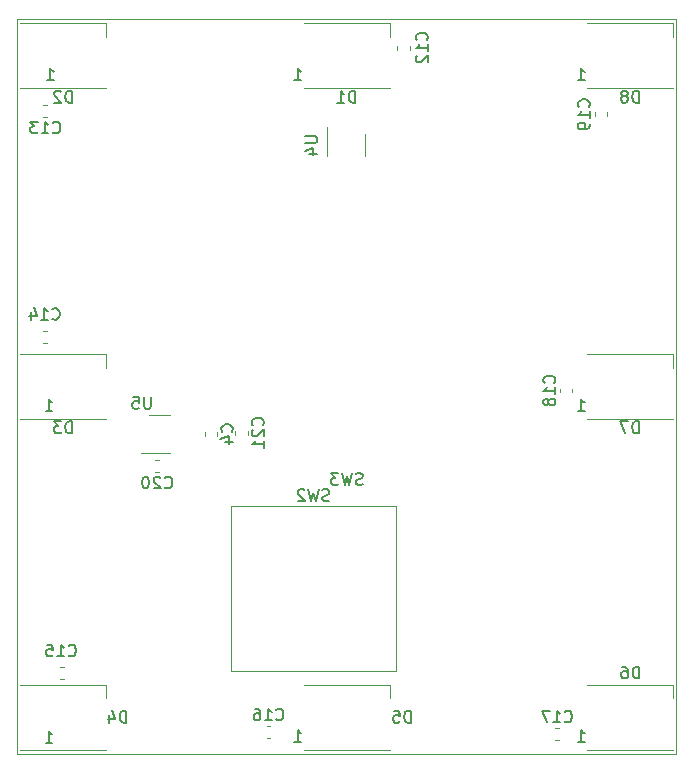
<source format=gbr>
%TF.GenerationSoftware,KiCad,Pcbnew,5.99.0-912657dd23-1*%
%TF.CreationDate,2021-04-24T23:07:36+00:00*%
%TF.ProjectId,bigbutton,62696762-7574-4746-9f6e-2e6b69636164,rev?*%
%TF.SameCoordinates,Original*%
%TF.FileFunction,Legend,Bot*%
%TF.FilePolarity,Positive*%
%FSLAX46Y46*%
G04 Gerber Fmt 4.6, Leading zero omitted, Abs format (unit mm)*
G04 Created by KiCad (PCBNEW 5.99.0-912657dd23-1) date 2021-04-24 23:07:36*
%MOMM*%
%LPD*%
G01*
G04 APERTURE LIST*
%ADD10C,0.150000*%
%ADD11C,0.120000*%
G04 APERTURE END LIST*
D10*
%TO.C,C4*%
X95259142Y-108824733D02*
X95306761Y-108777114D01*
X95354380Y-108634257D01*
X95354380Y-108539019D01*
X95306761Y-108396161D01*
X95211523Y-108300923D01*
X95116285Y-108253304D01*
X94925809Y-108205685D01*
X94782952Y-108205685D01*
X94592476Y-108253304D01*
X94497238Y-108300923D01*
X94402000Y-108396161D01*
X94354380Y-108539019D01*
X94354380Y-108634257D01*
X94402000Y-108777114D01*
X94449619Y-108824733D01*
X94687714Y-109681876D02*
X95354380Y-109681876D01*
X94306761Y-109443780D02*
X95021047Y-109205685D01*
X95021047Y-109824733D01*
%TO.C,C12*%
X111757142Y-75657142D02*
X111804761Y-75609523D01*
X111852380Y-75466666D01*
X111852380Y-75371428D01*
X111804761Y-75228571D01*
X111709523Y-75133333D01*
X111614285Y-75085714D01*
X111423809Y-75038095D01*
X111280952Y-75038095D01*
X111090476Y-75085714D01*
X110995238Y-75133333D01*
X110900000Y-75228571D01*
X110852380Y-75371428D01*
X110852380Y-75466666D01*
X110900000Y-75609523D01*
X110947619Y-75657142D01*
X111852380Y-76609523D02*
X111852380Y-76038095D01*
X111852380Y-76323809D02*
X110852380Y-76323809D01*
X110995238Y-76228571D01*
X111090476Y-76133333D01*
X111138095Y-76038095D01*
X110947619Y-76990476D02*
X110900000Y-77038095D01*
X110852380Y-77133333D01*
X110852380Y-77371428D01*
X110900000Y-77466666D01*
X110947619Y-77514285D01*
X111042857Y-77561904D01*
X111138095Y-77561904D01*
X111280952Y-77514285D01*
X111852380Y-76942857D01*
X111852380Y-77561904D01*
%TO.C,C13*%
X80119457Y-83473542D02*
X80167076Y-83521161D01*
X80309933Y-83568780D01*
X80405171Y-83568780D01*
X80548028Y-83521161D01*
X80643266Y-83425923D01*
X80690885Y-83330685D01*
X80738504Y-83140209D01*
X80738504Y-82997352D01*
X80690885Y-82806876D01*
X80643266Y-82711638D01*
X80548028Y-82616400D01*
X80405171Y-82568780D01*
X80309933Y-82568780D01*
X80167076Y-82616400D01*
X80119457Y-82664019D01*
X79167076Y-83568780D02*
X79738504Y-83568780D01*
X79452790Y-83568780D02*
X79452790Y-82568780D01*
X79548028Y-82711638D01*
X79643266Y-82806876D01*
X79738504Y-82854495D01*
X78833742Y-82568780D02*
X78214695Y-82568780D01*
X78548028Y-82949733D01*
X78405171Y-82949733D01*
X78309933Y-82997352D01*
X78262314Y-83044971D01*
X78214695Y-83140209D01*
X78214695Y-83378304D01*
X78262314Y-83473542D01*
X78309933Y-83521161D01*
X78405171Y-83568780D01*
X78690885Y-83568780D01*
X78786123Y-83521161D01*
X78833742Y-83473542D01*
%TO.C,C14*%
X80068657Y-99257142D02*
X80116276Y-99304761D01*
X80259133Y-99352380D01*
X80354371Y-99352380D01*
X80497228Y-99304761D01*
X80592466Y-99209523D01*
X80640085Y-99114285D01*
X80687704Y-98923809D01*
X80687704Y-98780952D01*
X80640085Y-98590476D01*
X80592466Y-98495238D01*
X80497228Y-98400000D01*
X80354371Y-98352380D01*
X80259133Y-98352380D01*
X80116276Y-98400000D01*
X80068657Y-98447619D01*
X79116276Y-99352380D02*
X79687704Y-99352380D01*
X79401990Y-99352380D02*
X79401990Y-98352380D01*
X79497228Y-98495238D01*
X79592466Y-98590476D01*
X79687704Y-98638095D01*
X78259133Y-98685714D02*
X78259133Y-99352380D01*
X78497228Y-98304761D02*
X78735323Y-99019047D01*
X78116276Y-99019047D01*
%TO.C,C16*%
X99017057Y-133166142D02*
X99064676Y-133213761D01*
X99207533Y-133261380D01*
X99302771Y-133261380D01*
X99445628Y-133213761D01*
X99540866Y-133118523D01*
X99588485Y-133023285D01*
X99636104Y-132832809D01*
X99636104Y-132689952D01*
X99588485Y-132499476D01*
X99540866Y-132404238D01*
X99445628Y-132309000D01*
X99302771Y-132261380D01*
X99207533Y-132261380D01*
X99064676Y-132309000D01*
X99017057Y-132356619D01*
X98064676Y-133261380D02*
X98636104Y-133261380D01*
X98350390Y-133261380D02*
X98350390Y-132261380D01*
X98445628Y-132404238D01*
X98540866Y-132499476D01*
X98636104Y-132547095D01*
X97207533Y-132261380D02*
X97398009Y-132261380D01*
X97493247Y-132309000D01*
X97540866Y-132356619D01*
X97636104Y-132499476D01*
X97683723Y-132689952D01*
X97683723Y-133070904D01*
X97636104Y-133166142D01*
X97588485Y-133213761D01*
X97493247Y-133261380D01*
X97302771Y-133261380D01*
X97207533Y-133213761D01*
X97159914Y-133166142D01*
X97112295Y-133070904D01*
X97112295Y-132832809D01*
X97159914Y-132737571D01*
X97207533Y-132689952D01*
X97302771Y-132642333D01*
X97493247Y-132642333D01*
X97588485Y-132689952D01*
X97636104Y-132737571D01*
X97683723Y-132832809D01*
%TO.C,C17*%
X123451857Y-133343942D02*
X123499476Y-133391561D01*
X123642333Y-133439180D01*
X123737571Y-133439180D01*
X123880428Y-133391561D01*
X123975666Y-133296323D01*
X124023285Y-133201085D01*
X124070904Y-133010609D01*
X124070904Y-132867752D01*
X124023285Y-132677276D01*
X123975666Y-132582038D01*
X123880428Y-132486800D01*
X123737571Y-132439180D01*
X123642333Y-132439180D01*
X123499476Y-132486800D01*
X123451857Y-132534419D01*
X122499476Y-133439180D02*
X123070904Y-133439180D01*
X122785190Y-133439180D02*
X122785190Y-132439180D01*
X122880428Y-132582038D01*
X122975666Y-132677276D01*
X123070904Y-132724895D01*
X122166142Y-132439180D02*
X121499476Y-132439180D01*
X121928047Y-133439180D01*
%TO.C,C18*%
X122557142Y-104690942D02*
X122604761Y-104643323D01*
X122652380Y-104500466D01*
X122652380Y-104405228D01*
X122604761Y-104262371D01*
X122509523Y-104167133D01*
X122414285Y-104119514D01*
X122223809Y-104071895D01*
X122080952Y-104071895D01*
X121890476Y-104119514D01*
X121795238Y-104167133D01*
X121700000Y-104262371D01*
X121652380Y-104405228D01*
X121652380Y-104500466D01*
X121700000Y-104643323D01*
X121747619Y-104690942D01*
X122652380Y-105643323D02*
X122652380Y-105071895D01*
X122652380Y-105357609D02*
X121652380Y-105357609D01*
X121795238Y-105262371D01*
X121890476Y-105167133D01*
X121938095Y-105071895D01*
X122080952Y-106214752D02*
X122033333Y-106119514D01*
X121985714Y-106071895D01*
X121890476Y-106024276D01*
X121842857Y-106024276D01*
X121747619Y-106071895D01*
X121700000Y-106119514D01*
X121652380Y-106214752D01*
X121652380Y-106405228D01*
X121700000Y-106500466D01*
X121747619Y-106548085D01*
X121842857Y-106595704D01*
X121890476Y-106595704D01*
X121985714Y-106548085D01*
X122033333Y-106500466D01*
X122080952Y-106405228D01*
X122080952Y-106214752D01*
X122128571Y-106119514D01*
X122176190Y-106071895D01*
X122271428Y-106024276D01*
X122461904Y-106024276D01*
X122557142Y-106071895D01*
X122604761Y-106119514D01*
X122652380Y-106214752D01*
X122652380Y-106405228D01*
X122604761Y-106500466D01*
X122557142Y-106548085D01*
X122461904Y-106595704D01*
X122271428Y-106595704D01*
X122176190Y-106548085D01*
X122128571Y-106500466D01*
X122080952Y-106405228D01*
%TO.C,C19*%
X125469942Y-81311542D02*
X125517561Y-81263923D01*
X125565180Y-81121066D01*
X125565180Y-81025828D01*
X125517561Y-80882971D01*
X125422323Y-80787733D01*
X125327085Y-80740114D01*
X125136609Y-80692495D01*
X124993752Y-80692495D01*
X124803276Y-80740114D01*
X124708038Y-80787733D01*
X124612800Y-80882971D01*
X124565180Y-81025828D01*
X124565180Y-81121066D01*
X124612800Y-81263923D01*
X124660419Y-81311542D01*
X125565180Y-82263923D02*
X125565180Y-81692495D01*
X125565180Y-81978209D02*
X124565180Y-81978209D01*
X124708038Y-81882971D01*
X124803276Y-81787733D01*
X124850895Y-81692495D01*
X125565180Y-82740114D02*
X125565180Y-82930590D01*
X125517561Y-83025828D01*
X125469942Y-83073447D01*
X125327085Y-83168685D01*
X125136609Y-83216304D01*
X124755657Y-83216304D01*
X124660419Y-83168685D01*
X124612800Y-83121066D01*
X124565180Y-83025828D01*
X124565180Y-82835352D01*
X124612800Y-82740114D01*
X124660419Y-82692495D01*
X124755657Y-82644876D01*
X124993752Y-82644876D01*
X125088990Y-82692495D01*
X125136609Y-82740114D01*
X125184228Y-82835352D01*
X125184228Y-83025828D01*
X125136609Y-83121066D01*
X125088990Y-83168685D01*
X124993752Y-83216304D01*
%TO.C,C20*%
X89593657Y-113521742D02*
X89641276Y-113569361D01*
X89784133Y-113616980D01*
X89879371Y-113616980D01*
X90022228Y-113569361D01*
X90117466Y-113474123D01*
X90165085Y-113378885D01*
X90212704Y-113188409D01*
X90212704Y-113045552D01*
X90165085Y-112855076D01*
X90117466Y-112759838D01*
X90022228Y-112664600D01*
X89879371Y-112616980D01*
X89784133Y-112616980D01*
X89641276Y-112664600D01*
X89593657Y-112712219D01*
X89212704Y-112712219D02*
X89165085Y-112664600D01*
X89069847Y-112616980D01*
X88831752Y-112616980D01*
X88736514Y-112664600D01*
X88688895Y-112712219D01*
X88641276Y-112807457D01*
X88641276Y-112902695D01*
X88688895Y-113045552D01*
X89260323Y-113616980D01*
X88641276Y-113616980D01*
X88022228Y-112616980D02*
X87926990Y-112616980D01*
X87831752Y-112664600D01*
X87784133Y-112712219D01*
X87736514Y-112807457D01*
X87688895Y-112997933D01*
X87688895Y-113236028D01*
X87736514Y-113426504D01*
X87784133Y-113521742D01*
X87831752Y-113569361D01*
X87926990Y-113616980D01*
X88022228Y-113616980D01*
X88117466Y-113569361D01*
X88165085Y-113521742D01*
X88212704Y-113426504D01*
X88260323Y-113236028D01*
X88260323Y-112997933D01*
X88212704Y-112807457D01*
X88165085Y-112712219D01*
X88117466Y-112664600D01*
X88022228Y-112616980D01*
%TO.C,D2*%
X81738095Y-80952380D02*
X81738095Y-79952380D01*
X81500000Y-79952380D01*
X81357142Y-80000000D01*
X81261904Y-80095238D01*
X81214285Y-80190476D01*
X81166666Y-80380952D01*
X81166666Y-80523809D01*
X81214285Y-80714285D01*
X81261904Y-80809523D01*
X81357142Y-80904761D01*
X81500000Y-80952380D01*
X81738095Y-80952380D01*
X80785714Y-80047619D02*
X80738095Y-80000000D01*
X80642857Y-79952380D01*
X80404761Y-79952380D01*
X80309523Y-80000000D01*
X80261904Y-80047619D01*
X80214285Y-80142857D01*
X80214285Y-80238095D01*
X80261904Y-80380952D01*
X80833333Y-80952380D01*
X80214285Y-80952380D01*
X79614285Y-79052380D02*
X80185714Y-79052380D01*
X79900000Y-79052380D02*
X79900000Y-78052380D01*
X79995238Y-78195238D01*
X80090476Y-78290476D01*
X80185714Y-78338095D01*
%TO.C,D3*%
X81738095Y-108952380D02*
X81738095Y-107952380D01*
X81500000Y-107952380D01*
X81357142Y-108000000D01*
X81261904Y-108095238D01*
X81214285Y-108190476D01*
X81166666Y-108380952D01*
X81166666Y-108523809D01*
X81214285Y-108714285D01*
X81261904Y-108809523D01*
X81357142Y-108904761D01*
X81500000Y-108952380D01*
X81738095Y-108952380D01*
X80833333Y-107952380D02*
X80214285Y-107952380D01*
X80547619Y-108333333D01*
X80404761Y-108333333D01*
X80309523Y-108380952D01*
X80261904Y-108428571D01*
X80214285Y-108523809D01*
X80214285Y-108761904D01*
X80261904Y-108857142D01*
X80309523Y-108904761D01*
X80404761Y-108952380D01*
X80690476Y-108952380D01*
X80785714Y-108904761D01*
X80833333Y-108857142D01*
X79514285Y-107052380D02*
X80085714Y-107052380D01*
X79800000Y-107052380D02*
X79800000Y-106052380D01*
X79895238Y-106195238D01*
X79990476Y-106290476D01*
X80085714Y-106338095D01*
%TO.C,D4*%
X86338095Y-133452380D02*
X86338095Y-132452380D01*
X86100000Y-132452380D01*
X85957142Y-132500000D01*
X85861904Y-132595238D01*
X85814285Y-132690476D01*
X85766666Y-132880952D01*
X85766666Y-133023809D01*
X85814285Y-133214285D01*
X85861904Y-133309523D01*
X85957142Y-133404761D01*
X86100000Y-133452380D01*
X86338095Y-133452380D01*
X84909523Y-132785714D02*
X84909523Y-133452380D01*
X85147619Y-132404761D02*
X85385714Y-133119047D01*
X84766666Y-133119047D01*
X79514285Y-135152380D02*
X80085714Y-135152380D01*
X79800000Y-135152380D02*
X79800000Y-134152380D01*
X79895238Y-134295238D01*
X79990476Y-134390476D01*
X80085714Y-134438095D01*
%TO.C,D5*%
X110438095Y-133452380D02*
X110438095Y-132452380D01*
X110200000Y-132452380D01*
X110057142Y-132500000D01*
X109961904Y-132595238D01*
X109914285Y-132690476D01*
X109866666Y-132880952D01*
X109866666Y-133023809D01*
X109914285Y-133214285D01*
X109961904Y-133309523D01*
X110057142Y-133404761D01*
X110200000Y-133452380D01*
X110438095Y-133452380D01*
X108961904Y-132452380D02*
X109438095Y-132452380D01*
X109485714Y-132928571D01*
X109438095Y-132880952D01*
X109342857Y-132833333D01*
X109104761Y-132833333D01*
X109009523Y-132880952D01*
X108961904Y-132928571D01*
X108914285Y-133023809D01*
X108914285Y-133261904D01*
X108961904Y-133357142D01*
X109009523Y-133404761D01*
X109104761Y-133452380D01*
X109342857Y-133452380D01*
X109438095Y-133404761D01*
X109485714Y-133357142D01*
X100564285Y-135052380D02*
X101135714Y-135052380D01*
X100850000Y-135052380D02*
X100850000Y-134052380D01*
X100945238Y-134195238D01*
X101040476Y-134290476D01*
X101135714Y-134338095D01*
%TO.C,D6*%
X129770095Y-129712980D02*
X129770095Y-128712980D01*
X129532000Y-128712980D01*
X129389142Y-128760600D01*
X129293904Y-128855838D01*
X129246285Y-128951076D01*
X129198666Y-129141552D01*
X129198666Y-129284409D01*
X129246285Y-129474885D01*
X129293904Y-129570123D01*
X129389142Y-129665361D01*
X129532000Y-129712980D01*
X129770095Y-129712980D01*
X128341523Y-128712980D02*
X128532000Y-128712980D01*
X128627238Y-128760600D01*
X128674857Y-128808219D01*
X128770095Y-128951076D01*
X128817714Y-129141552D01*
X128817714Y-129522504D01*
X128770095Y-129617742D01*
X128722476Y-129665361D01*
X128627238Y-129712980D01*
X128436761Y-129712980D01*
X128341523Y-129665361D01*
X128293904Y-129617742D01*
X128246285Y-129522504D01*
X128246285Y-129284409D01*
X128293904Y-129189171D01*
X128341523Y-129141552D01*
X128436761Y-129093933D01*
X128627238Y-129093933D01*
X128722476Y-129141552D01*
X128770095Y-129189171D01*
X128817714Y-129284409D01*
X124564285Y-135052380D02*
X125135714Y-135052380D01*
X124850000Y-135052380D02*
X124850000Y-134052380D01*
X124945238Y-134195238D01*
X125040476Y-134290476D01*
X125135714Y-134338095D01*
%TO.C,D7*%
X129738095Y-108952380D02*
X129738095Y-107952380D01*
X129500000Y-107952380D01*
X129357142Y-108000000D01*
X129261904Y-108095238D01*
X129214285Y-108190476D01*
X129166666Y-108380952D01*
X129166666Y-108523809D01*
X129214285Y-108714285D01*
X129261904Y-108809523D01*
X129357142Y-108904761D01*
X129500000Y-108952380D01*
X129738095Y-108952380D01*
X128833333Y-107952380D02*
X128166666Y-107952380D01*
X128595238Y-108952380D01*
X124564285Y-107052380D02*
X125135714Y-107052380D01*
X124850000Y-107052380D02*
X124850000Y-106052380D01*
X124945238Y-106195238D01*
X125040476Y-106290476D01*
X125135714Y-106338095D01*
%TO.C,D8*%
X129738095Y-80952380D02*
X129738095Y-79952380D01*
X129500000Y-79952380D01*
X129357142Y-80000000D01*
X129261904Y-80095238D01*
X129214285Y-80190476D01*
X129166666Y-80380952D01*
X129166666Y-80523809D01*
X129214285Y-80714285D01*
X129261904Y-80809523D01*
X129357142Y-80904761D01*
X129500000Y-80952380D01*
X129738095Y-80952380D01*
X128595238Y-80380952D02*
X128690476Y-80333333D01*
X128738095Y-80285714D01*
X128785714Y-80190476D01*
X128785714Y-80142857D01*
X128738095Y-80047619D01*
X128690476Y-80000000D01*
X128595238Y-79952380D01*
X128404761Y-79952380D01*
X128309523Y-80000000D01*
X128261904Y-80047619D01*
X128214285Y-80142857D01*
X128214285Y-80190476D01*
X128261904Y-80285714D01*
X128309523Y-80333333D01*
X128404761Y-80380952D01*
X128595238Y-80380952D01*
X128690476Y-80428571D01*
X128738095Y-80476190D01*
X128785714Y-80571428D01*
X128785714Y-80761904D01*
X128738095Y-80857142D01*
X128690476Y-80904761D01*
X128595238Y-80952380D01*
X128404761Y-80952380D01*
X128309523Y-80904761D01*
X128261904Y-80857142D01*
X128214285Y-80761904D01*
X128214285Y-80571428D01*
X128261904Y-80476190D01*
X128309523Y-80428571D01*
X128404761Y-80380952D01*
X124564285Y-79052380D02*
X125135714Y-79052380D01*
X124850000Y-79052380D02*
X124850000Y-78052380D01*
X124945238Y-78195238D01*
X125040476Y-78290476D01*
X125135714Y-78338095D01*
%TO.C,C15*%
X81442857Y-127757142D02*
X81490476Y-127804761D01*
X81633333Y-127852380D01*
X81728571Y-127852380D01*
X81871428Y-127804761D01*
X81966666Y-127709523D01*
X82014285Y-127614285D01*
X82061904Y-127423809D01*
X82061904Y-127280952D01*
X82014285Y-127090476D01*
X81966666Y-126995238D01*
X81871428Y-126900000D01*
X81728571Y-126852380D01*
X81633333Y-126852380D01*
X81490476Y-126900000D01*
X81442857Y-126947619D01*
X80490476Y-127852380D02*
X81061904Y-127852380D01*
X80776190Y-127852380D02*
X80776190Y-126852380D01*
X80871428Y-126995238D01*
X80966666Y-127090476D01*
X81061904Y-127138095D01*
X79585714Y-126852380D02*
X80061904Y-126852380D01*
X80109523Y-127328571D01*
X80061904Y-127280952D01*
X79966666Y-127233333D01*
X79728571Y-127233333D01*
X79633333Y-127280952D01*
X79585714Y-127328571D01*
X79538095Y-127423809D01*
X79538095Y-127661904D01*
X79585714Y-127757142D01*
X79633333Y-127804761D01*
X79728571Y-127852380D01*
X79966666Y-127852380D01*
X80061904Y-127804761D01*
X80109523Y-127757142D01*
%TO.C,SW2*%
X103517533Y-114653961D02*
X103374676Y-114701580D01*
X103136580Y-114701580D01*
X103041342Y-114653961D01*
X102993723Y-114606342D01*
X102946104Y-114511104D01*
X102946104Y-114415866D01*
X102993723Y-114320628D01*
X103041342Y-114273009D01*
X103136580Y-114225390D01*
X103327057Y-114177771D01*
X103422295Y-114130152D01*
X103469914Y-114082533D01*
X103517533Y-113987295D01*
X103517533Y-113892057D01*
X103469914Y-113796819D01*
X103422295Y-113749200D01*
X103327057Y-113701580D01*
X103088961Y-113701580D01*
X102946104Y-113749200D01*
X102612771Y-113701580D02*
X102374676Y-114701580D01*
X102184200Y-113987295D01*
X101993723Y-114701580D01*
X101755628Y-113701580D01*
X101422295Y-113796819D02*
X101374676Y-113749200D01*
X101279438Y-113701580D01*
X101041342Y-113701580D01*
X100946104Y-113749200D01*
X100898485Y-113796819D01*
X100850866Y-113892057D01*
X100850866Y-113987295D01*
X100898485Y-114130152D01*
X101469914Y-114701580D01*
X100850866Y-114701580D01*
%TO.C,D1*%
X105738095Y-80952380D02*
X105738095Y-79952380D01*
X105500000Y-79952380D01*
X105357142Y-80000000D01*
X105261904Y-80095238D01*
X105214285Y-80190476D01*
X105166666Y-80380952D01*
X105166666Y-80523809D01*
X105214285Y-80714285D01*
X105261904Y-80809523D01*
X105357142Y-80904761D01*
X105500000Y-80952380D01*
X105738095Y-80952380D01*
X104214285Y-80952380D02*
X104785714Y-80952380D01*
X104500000Y-80952380D02*
X104500000Y-79952380D01*
X104595238Y-80095238D01*
X104690476Y-80190476D01*
X104785714Y-80238095D01*
X100564285Y-79052380D02*
X101135714Y-79052380D01*
X100850000Y-79052380D02*
X100850000Y-78052380D01*
X100945238Y-78195238D01*
X101040476Y-78290476D01*
X101135714Y-78338095D01*
%TO.C,U4*%
X101505180Y-83794695D02*
X102314704Y-83794695D01*
X102409942Y-83842314D01*
X102457561Y-83889933D01*
X102505180Y-83985171D01*
X102505180Y-84175647D01*
X102457561Y-84270885D01*
X102409942Y-84318504D01*
X102314704Y-84366123D01*
X101505180Y-84366123D01*
X101838514Y-85270885D02*
X102505180Y-85270885D01*
X101457561Y-85032790D02*
X102171847Y-84794695D01*
X102171847Y-85413742D01*
%TO.C,U5*%
X88417304Y-105878380D02*
X88417304Y-106687904D01*
X88369685Y-106783142D01*
X88322066Y-106830761D01*
X88226828Y-106878380D01*
X88036352Y-106878380D01*
X87941114Y-106830761D01*
X87893495Y-106783142D01*
X87845876Y-106687904D01*
X87845876Y-105878380D01*
X86893495Y-105878380D02*
X87369685Y-105878380D01*
X87417304Y-106354571D01*
X87369685Y-106306952D01*
X87274447Y-106259333D01*
X87036352Y-106259333D01*
X86941114Y-106306952D01*
X86893495Y-106354571D01*
X86845876Y-106449809D01*
X86845876Y-106687904D01*
X86893495Y-106783142D01*
X86941114Y-106830761D01*
X87036352Y-106878380D01*
X87274447Y-106878380D01*
X87369685Y-106830761D01*
X87417304Y-106783142D01*
%TO.C,C21*%
X97875342Y-108272342D02*
X97922961Y-108224723D01*
X97970580Y-108081866D01*
X97970580Y-107986628D01*
X97922961Y-107843771D01*
X97827723Y-107748533D01*
X97732485Y-107700914D01*
X97542009Y-107653295D01*
X97399152Y-107653295D01*
X97208676Y-107700914D01*
X97113438Y-107748533D01*
X97018200Y-107843771D01*
X96970580Y-107986628D01*
X96970580Y-108081866D01*
X97018200Y-108224723D01*
X97065819Y-108272342D01*
X97065819Y-108653295D02*
X97018200Y-108700914D01*
X96970580Y-108796152D01*
X96970580Y-109034247D01*
X97018200Y-109129485D01*
X97065819Y-109177104D01*
X97161057Y-109224723D01*
X97256295Y-109224723D01*
X97399152Y-109177104D01*
X97970580Y-108605676D01*
X97970580Y-109224723D01*
X97970580Y-110177104D02*
X97970580Y-109605676D01*
X97970580Y-109891390D02*
X96970580Y-109891390D01*
X97113438Y-109796152D01*
X97208676Y-109700914D01*
X97256295Y-109605676D01*
%TO.C,SW3*%
X106333333Y-113278761D02*
X106190476Y-113326380D01*
X105952380Y-113326380D01*
X105857142Y-113278761D01*
X105809523Y-113231142D01*
X105761904Y-113135904D01*
X105761904Y-113040666D01*
X105809523Y-112945428D01*
X105857142Y-112897809D01*
X105952380Y-112850190D01*
X106142857Y-112802571D01*
X106238095Y-112754952D01*
X106285714Y-112707333D01*
X106333333Y-112612095D01*
X106333333Y-112516857D01*
X106285714Y-112421619D01*
X106238095Y-112374000D01*
X106142857Y-112326380D01*
X105904761Y-112326380D01*
X105761904Y-112374000D01*
X105428571Y-112326380D02*
X105190476Y-113326380D01*
X105000000Y-112612095D01*
X104809523Y-113326380D01*
X104571428Y-112326380D01*
X104285714Y-112326380D02*
X103666666Y-112326380D01*
X104000000Y-112707333D01*
X103857142Y-112707333D01*
X103761904Y-112754952D01*
X103714285Y-112802571D01*
X103666666Y-112897809D01*
X103666666Y-113135904D01*
X103714285Y-113231142D01*
X103761904Y-113278761D01*
X103857142Y-113326380D01*
X104142857Y-113326380D01*
X104238095Y-113278761D01*
X104285714Y-113231142D01*
D11*
%TO.C,C4*%
X93982000Y-109154179D02*
X93982000Y-108828621D01*
X92962000Y-109154179D02*
X92962000Y-108828621D01*
%TO.C,C12*%
X109294200Y-76178221D02*
X109294200Y-76503779D01*
X110314200Y-76178221D02*
X110314200Y-76503779D01*
%TO.C,C13*%
X79313821Y-82196400D02*
X79639379Y-82196400D01*
X79313821Y-81176400D02*
X79639379Y-81176400D01*
%TO.C,C14*%
X79263021Y-101348000D02*
X79588579Y-101348000D01*
X79263021Y-100328000D02*
X79588579Y-100328000D01*
%TO.C,C16*%
X98536979Y-133729000D02*
X98211421Y-133729000D01*
X98536979Y-134749000D02*
X98211421Y-134749000D01*
%TO.C,C17*%
X122971779Y-133906800D02*
X122646221Y-133906800D01*
X122971779Y-134926800D02*
X122646221Y-134926800D01*
%TO.C,C18*%
X124106400Y-105496579D02*
X124106400Y-105171021D01*
X123086400Y-105496579D02*
X123086400Y-105171021D01*
%TO.C,C19*%
X126032800Y-81791621D02*
X126032800Y-82117179D01*
X127052800Y-81791621D02*
X127052800Y-82117179D01*
%TO.C,C20*%
X88788021Y-111224600D02*
X89113579Y-111224600D01*
X88788021Y-112244600D02*
X89113579Y-112244600D01*
%TO.C,D2*%
X77350000Y-79750000D02*
X84650000Y-79750000D01*
X77350000Y-74250000D02*
X84650000Y-74250000D01*
X84650000Y-74250000D02*
X84650000Y-75400000D01*
%TO.C,D3*%
X77350000Y-107750000D02*
X84650000Y-107750000D01*
X84650000Y-102250000D02*
X84650000Y-103400000D01*
X77350000Y-102250000D02*
X84650000Y-102250000D01*
%TO.C,D4*%
X77350000Y-130250000D02*
X84650000Y-130250000D01*
X77350000Y-135750000D02*
X84650000Y-135750000D01*
X84650000Y-130250000D02*
X84650000Y-131400000D01*
%TO.C,D5*%
X108650000Y-130250000D02*
X108650000Y-131400000D01*
X101350000Y-130250000D02*
X108650000Y-130250000D01*
X101350000Y-135750000D02*
X108650000Y-135750000D01*
%TO.C,D6*%
X125350000Y-135750000D02*
X132650000Y-135750000D01*
X125350000Y-130250000D02*
X132650000Y-130250000D01*
X132650000Y-130250000D02*
X132650000Y-131400000D01*
%TO.C,D7*%
X132650000Y-102250000D02*
X132650000Y-103400000D01*
X125350000Y-102250000D02*
X132650000Y-102250000D01*
X125350000Y-107750000D02*
X132650000Y-107750000D01*
%TO.C,D8*%
X132650000Y-74250000D02*
X132650000Y-75400000D01*
X125350000Y-79750000D02*
X132650000Y-79750000D01*
X125350000Y-74250000D02*
X132650000Y-74250000D01*
%TO.C,C15*%
X80736221Y-128725200D02*
X81061779Y-128725200D01*
X80736221Y-129745200D02*
X81061779Y-129745200D01*
%TO.C,SW2*%
X109169200Y-129108200D02*
X109169200Y-115138200D01*
X95199200Y-129108200D02*
X109169200Y-129108200D01*
X95199200Y-115138200D02*
X95199200Y-129108200D01*
X109169200Y-115138200D02*
X95199200Y-115138200D01*
%TO.C,D1*%
X101350000Y-79750000D02*
X108650000Y-79750000D01*
X108650000Y-74250000D02*
X108650000Y-75400000D01*
X101350000Y-74250000D02*
X108650000Y-74250000D01*
%TO.C,U4*%
X103342800Y-85456600D02*
X103342800Y-83006600D01*
X106562800Y-83656600D02*
X106562800Y-85456600D01*
%TO.C,U5*%
X90054000Y-110601400D02*
X87604000Y-110601400D01*
X88254000Y-107381400D02*
X90054000Y-107381400D01*
%TO.C,C21*%
X95578200Y-109077979D02*
X95578200Y-108752421D01*
X96598200Y-109077979D02*
X96598200Y-108752421D01*
%TO.C,SW3*%
X77100000Y-73900000D02*
X77100000Y-136100000D01*
X132900000Y-73900000D02*
X77100000Y-73900000D01*
X77100000Y-136100000D02*
X132900000Y-136100000D01*
X132900000Y-136100000D02*
X132900000Y-73900000D01*
%TD*%
M02*

</source>
